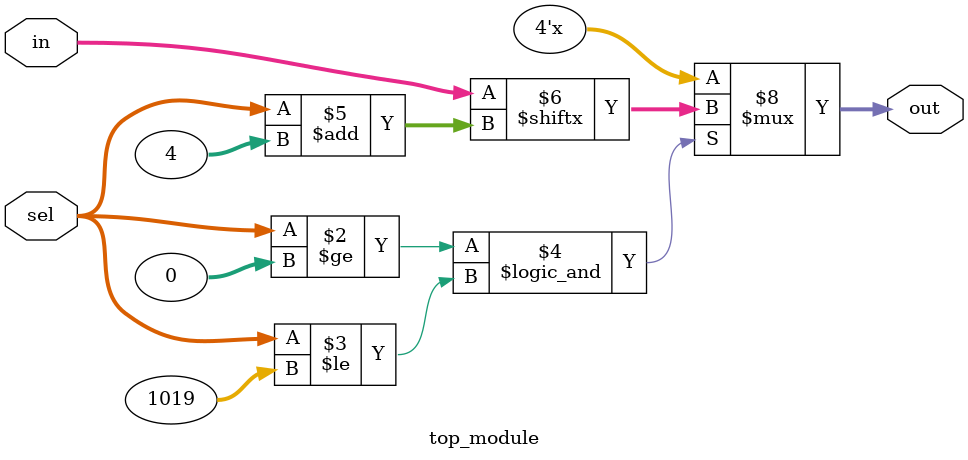
<source format=sv>
module top_module (
	input [1023:0] in,
	input [7:0] sel,
	output [3:0] out
);
   always @(*) begin
      if(sel >= 0 && sel <= 1019)
         out = in[sel+7:sel+4];
      else
         out = 4'hX; // Invalid selection range, assign unknown value to output
   end
endmodule

</source>
